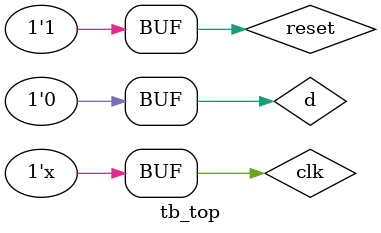
<source format=sv>
module dff_sync_reset (
input  wire data  , // Data Input
input  wire clk   , // Clock Input
input  wire reset , // Reset input 
output reg  q       // Q output
);
//-------------Code Starts Here---------
always_ff @ ( posedge clk)
if (~reset) begin
  q <= 1'b0;
end  else begin
  q <= data;
end

endmodule //End Of Module dff_sync_reset

// testbench
module tb_top ();
    reg clk;
    reg reset;
    reg d;
    wire q;

    dff_sync_reset dff_sync_reset_0(.data(d),
                                    .clk(clk),
                                    .reset(reset),
                                    .q(q));
    
    always #10  clk <= ~clk;

    initial begin
        reset <= 0;
        d <= 0;

        #10 reset <= 1;
        #5  d <= 1;
        #8  d <= 0;
        #2  d <= 1;
        #10 d <= 0;
    end

endmodule

</source>
